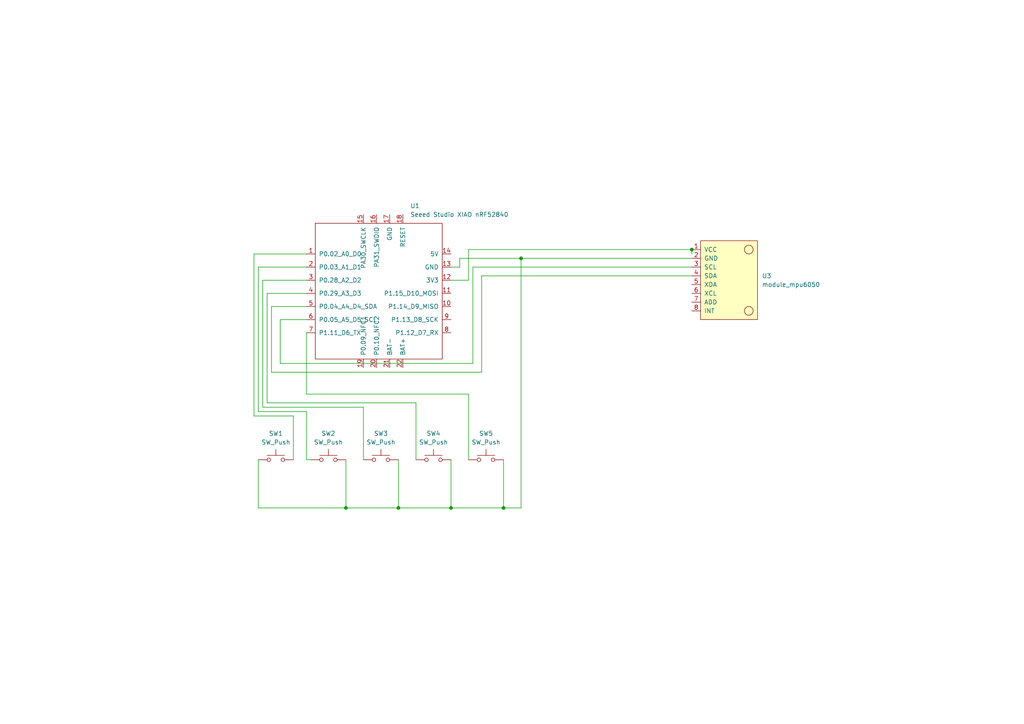
<source format=kicad_sch>
(kicad_sch (version 20250114) (generator "eeschema") (generator_version "9.0")
  (paper "A4")
  (lib_symbols
    (symbol "Seeed_Studio_XIAO_Series:Seeed Studio XIAO nRF52840" (pin_names (offset 1.016))
      (property "Reference" "U" (at -19.05 24.13 0))
      (property "Value" "Seeed Studio XIAO nRF52840" (at -5.08 21.59 0))
      (symbol "Seeed Studio XIAO nRF52840_0_1"
        (rectangle (start -19.05 20.32) (end 17.78 -19.05))
      )
      (symbol "Seeed Studio XIAO nRF52840_1_1"
        (pin bidirectional line (at -21.59 11.43 0) (length 2.54) (name "P0.02_A0_D0") (number "1"))
        (pin bidirectional line (at -21.59 7.62 0) (length 2.54) (name "P0.03_A1_D1") (number "2"))
        (pin bidirectional line (at -21.59 3.81 0) (length 2.54) (name "P0.28_A2_D2") (number "3"))
        (pin bidirectional line (at -21.59 0 0) (length 2.54) (name "P0.29_A3_D3") (number "4"))
        (pin bidirectional line (at -21.59 -3.81 0) (length 2.54) (name "P0.04_A4_D4_SDA") (number "5"))
        (pin bidirectional line (at -21.59 -7.62 0) (length 2.54) (name "P0.05_A5_D5_SCL") (number "6"))
        (pin bidirectional line (at -21.59 -11.43 0) (length 2.54) (name "P1.11_D6_TX") (number "7"))
        (pin input line (at -5.08 22.86 270) (length 2.54) (name "PA30_SWCLK") (number "15"))
        (pin bidirectional line (at -5.08 -21.59 90) (length 2.54) (name "P0.09_NFC1") (number "19"))
        (pin bidirectional line (at -1.27 22.86 270) (length 2.54) (name "PA31_SWDIO") (number "16"))
        (pin bidirectional line (at -1.27 -21.59 90) (length 2.54) (name "P0.10_NFC2") (number "20"))
        (pin power_in line (at 2.54 22.86 270) (length 2.54) (name "GND") (number "17"))
        (pin power_in line (at 2.54 -21.59 90) (length 2.54) (name "BAT-") (number "21"))
        (pin input line (at 6.35 22.86 270) (length 2.54) (name "RESET") (number "18"))
        (pin power_in line (at 6.35 -21.59 90) (length 2.54) (name "BAT+") (number "22"))
        (pin power_in line (at 20.32 11.43 180) (length 2.54) (name "5V") (number "14"))
        (pin power_in line (at 20.32 7.62 180) (length 2.54) (name "GND") (number "13"))
        (pin power_in line (at 20.32 3.81 180) (length 2.54) (name "3V3") (number "12"))
        (pin bidirectional line (at 20.32 0 180) (length 2.54) (name "P1.15_D10_MOSI") (number "11"))
        (pin bidirectional line (at 20.32 -3.81 180) (length 2.54) (name "P1.14_D9_MISO") (number "10"))
        (pin bidirectional line (at 20.32 -7.62 180) (length 2.54) (name "P1.13_D8_SCK") (number "9"))
        (pin bidirectional line (at 20.32 -11.43 180) (length 2.54) (name "P1.12_D7_RX") (number "8"))
      )
    )
    (symbol "Switch:SW_Push" (pin_numbers (hide yes)) (pin_names (offset 1.016) (hide yes))
      (property "Reference" "SW" (at 1.27 2.54 0))
      (property "Value" "SW_Push" (at 0 -1.524 0))
      (symbol "SW_Push_0_1"
        (circle (center -2.032 0) (radius 0.508))
        (polyline (pts (xy 0 1.27) (xy 0 3.048)))
        (circle (center 2.032 0) (radius 0.508))
        (polyline (pts (xy 2.54 1.27) (xy -2.54 1.27)))
        (pin passive line (at -5.08 0 0) (length 2.54) (name "1") (number "1"))
        (pin passive line (at 5.08 0 180) (length 2.54) (name "2") (number "2"))
      )
    )
    (symbol "usini_sensor:module_mpu6050" (pin_names (offset 1.016))
      (property "Reference" "U" (at 2.54 21.59 0))
      (property "Value" "module_mpu6050" (at 11.43 -3.81 0))
      (symbol "module_mpu6050_0_1"
        (rectangle (start 2.54 20.32) (end 19.05 -2.54) (fill (type background)))
        (circle (center 16.51 17.78) (radius 1.27))
        (circle (center 16.51 0) (radius 1.27))
      )
      (symbol "module_mpu6050_1_1"
        (pin input line (at 0 17.78 0) (length 2.54) (name "VCC") (number "1"))
        (pin input line (at 0 15.24 0) (length 2.54) (name "GND") (number "2"))
        (pin input line (at 0 12.7 0) (length 2.54) (name "SCL") (number "3"))
        (pin input line (at 0 10.16 0) (length 2.54) (name "SDA") (number "4"))
        (pin input line (at 0 7.62 0) (length 2.54) (name "XDA") (number "5"))
        (pin input line (at 0 5.08 0) (length 2.54) (name "XCL") (number "6"))
        (pin input line (at 0 2.54 0) (length 2.54) (name "ADD") (number "7"))
        (pin input line (at 0 0 0) (length 2.54) (name "INT") (number "8"))
      )
    )
  )
  (junction (at 200.66 72.39))
  (junction (at 130.81 147.32))
  (junction (at 115.57 147.32))
  (junction (at 100.33 147.32))
  (junction (at 151.13 74.93))
  (junction (at 146.05 147.32))
  (wire (pts (xy 151.13 147.32) (xy 151.13 74.93)))
  (wire (pts (xy 130.81 77.47) (xy 133.35 77.47)))
  (wire (pts (xy 78.74 88.9) (xy 88.9 88.9)))
  (wire (pts (xy 135.89 81.28) (xy 135.89 72.39)))
  (wire (pts (xy 88.9 96.52) (xy 88.9 114.3)))
  (wire (pts (xy 85.09 120.65) (xy 85.09 133.35)))
  (wire (pts (xy 88.9 119.38) (xy 88.9 133.35)))
  (wire (pts (xy 73.66 73.66) (xy 73.66 120.65)))
  (wire (pts (xy 120.65 116.84) (xy 120.65 133.35)))
  (wire (pts (xy 77.47 116.84) (xy 120.65 116.84)))
  (wire (pts (xy 88.9 73.66) (xy 73.66 73.66)))
  (wire (pts (xy 74.93 147.32) (xy 100.33 147.32)))
  (wire (pts (xy 74.93 133.35) (xy 74.93 147.32)))
  (wire (pts (xy 74.93 119.38) (xy 88.9 119.38)))
  (wire (pts (xy 200.66 72.39) (xy 200.66 73.66)))
  (wire (pts (xy 115.57 133.35) (xy 115.57 147.32)))
  (wire (pts (xy 146.05 147.32) (xy 151.13 147.32)))
  (wire (pts (xy 76.2 118.11) (xy 105.41 118.11)))
  (wire (pts (xy 137.16 77.47) (xy 137.16 105.41)))
  (wire (pts (xy 100.33 147.32) (xy 115.57 147.32)))
  (wire (pts (xy 74.93 77.47) (xy 74.93 119.38)))
  (wire (pts (xy 88.9 81.28) (xy 76.2 81.28)))
  (wire (pts (xy 77.47 85.09) (xy 77.47 116.84)))
  (wire (pts (xy 137.16 105.41) (xy 81.28 105.41)))
  (wire (pts (xy 105.41 118.11) (xy 105.41 133.35)))
  (wire (pts (xy 133.35 74.93) (xy 151.13 74.93)))
  (wire (pts (xy 130.81 133.35) (xy 130.81 147.32)))
  (wire (pts (xy 115.57 147.32) (xy 130.81 147.32)))
  (wire (pts (xy 78.74 107.95) (xy 78.74 88.9)))
  (wire (pts (xy 88.9 133.35) (xy 90.17 133.35)))
  (wire (pts (xy 88.9 85.09) (xy 77.47 85.09)))
  (wire (pts (xy 200.66 80.01) (xy 139.7 80.01)))
  (wire (pts (xy 73.66 120.65) (xy 85.09 120.65)))
  (wire (pts (xy 139.7 80.01) (xy 139.7 107.95)))
  (wire (pts (xy 76.2 81.28) (xy 76.2 118.11)))
  (wire (pts (xy 88.9 114.3) (xy 135.89 114.3)))
  (wire (pts (xy 133.35 77.47) (xy 133.35 74.93)))
  (wire (pts (xy 81.28 92.71) (xy 88.9 92.71)))
  (wire (pts (xy 151.13 74.93) (xy 200.66 74.93)))
  (wire (pts (xy 200.66 77.47) (xy 137.16 77.47)))
  (wire (pts (xy 100.33 133.35) (xy 100.33 147.32)))
  (wire (pts (xy 135.89 72.39) (xy 200.66 72.39)))
  (wire (pts (xy 139.7 107.95) (xy 78.74 107.95)))
  (wire (pts (xy 146.05 133.35) (xy 146.05 147.32)))
  (wire (pts (xy 130.81 81.28) (xy 135.89 81.28)))
  (wire (pts (xy 130.81 147.32) (xy 146.05 147.32)))
  (wire (pts (xy 88.9 77.47) (xy 74.93 77.47)))
  (wire (pts (xy 135.89 114.3) (xy 135.89 133.35)))
  (wire (pts (xy 81.28 105.41) (xy 81.28 92.71)))
  (symbol (lib_id "Switch:SW_Push") (at 80.01 133.35 0) (unit 1)
    (property "Reference" "SW1" (at 80.01 125.73 0))
    (property "Value" "SW_Push" (at 80.01 128.27 0))
    (property "Footprint" "Button_Switch_THT:SW_PUSH_6mm" (effects (hide yes)))
    (property "Description" "Push button switch, generic, two pins" (effects (hide yes)))
  )
  (symbol (lib_id "Switch:SW_Push") (at 110.49 133.35 0) (unit 1)
    (property "Reference" "SW3" (at 110.49 125.73 0))
    (property "Value" "SW_Push" (at 110.49 128.27 0))
    (property "Footprint" "Button_Switch_THT:SW_PUSH_6mm" (effects (hide yes)))
    (property "Description" "Push button switch, generic, two pins" (effects (hide yes)))
  )
  (symbol (lib_id "Switch:SW_Push") (at 125.73 133.35 0) (unit 1)
    (property "Reference" "SW4" (at 125.73 125.73 0))
    (property "Value" "SW_Push" (at 125.73 128.27 0))
    (property "Footprint" "Button_Switch_THT:SW_PUSH_6mm" (effects (hide yes)))
    (property "Description" "Push button switch, generic, two pins" (effects (hide yes)))
  )
  (symbol (lib_id "Switch:SW_Push") (at 95.25 133.35 0) (unit 1)
    (property "Reference" "SW2" (at 95.25 125.73 0))
    (property "Value" "SW_Push" (at 95.25 128.27 0))
    (property "Footprint" "Button_Switch_THT:SW_PUSH_6mm" (effects (hide yes)))
    (property "Description" "Push button switch, generic, two pins" (effects (hide yes)))
  )
  (symbol (lib_id "Switch:SW_Push") (at 140.97 133.35 0) (unit 1)
    (property "Reference" "SW5" (at 140.97 125.73 0))
    (property "Value" "SW_Push" (at 140.97 128.27 0))
    (property "Footprint" "Button_Switch_THT:SW_PUSH_6mm" (effects (hide yes)))
    (property "Description" "Push button switch, generic, two pins" (effects (hide yes)))
  )
  (symbol (lib_id "usini_sensor:module_mpu6050") (at 200.66 90.17 0) (unit 1)
    (property "Reference" "U3" (at 220.98 80.0099 0) (effects (justify left)))
    (property "Value" "module_mpu6050" (at 220.98 82.5499 0) (effects (justify left)))
    (property "Footprint" "Library:module_mpu6050" (effects (hide yes)))
  )
  (symbol (lib_id "Seeed_Studio_XIAO_Series:Seeed Studio XIAO nRF52840") (at 110.49 85.09 0) (unit 1)
    (property "Reference" "U1" (at 118.9833 59.69 0) (effects (justify left)))
    (property "Value" "Seeed Studio XIAO nRF52840" (at 118.9833 62.23 0) (effects (justify left)))
    (property "Footprint" "Seed Studio Xiao Series Library:XIAO-SAMD21-RP2040-14P-2.54-21X17.8MM (Seeeduino XIAO)" (effects (hide yes)))
  )
)
</source>
